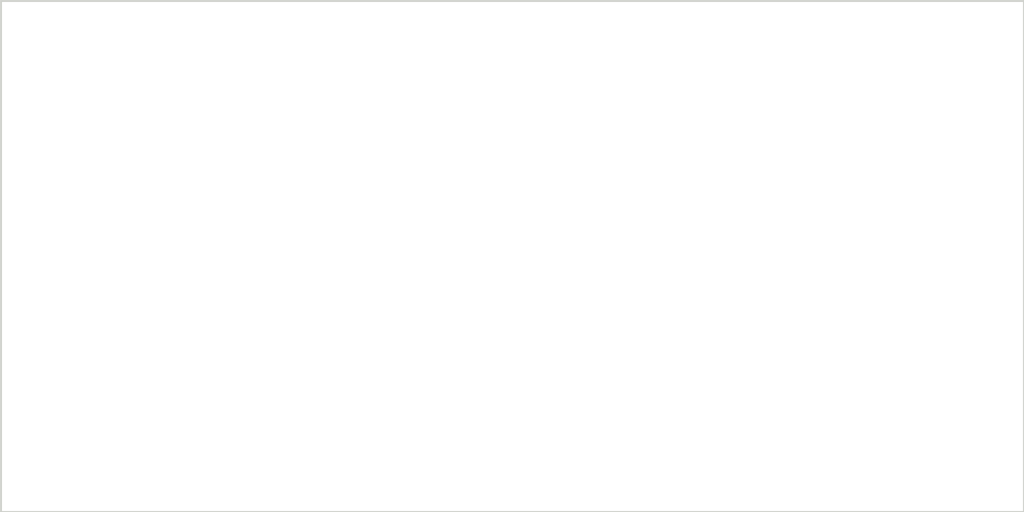
<source format=kicad_pcb>
(kicad_pcb (version 20171130) (host pcbnew "(5.1.10)-1")

  (general
    (thickness 1.6)
    (drawings 4)
    (tracks 0)
    (zones 0)
    (modules 0)
    (nets 1)
  )

  (page A4)
  (layers
    (0 F.Cu signal)
    (31 B.Cu signal)
    (32 B.Adhes user)
    (33 F.Adhes user)
    (34 B.Paste user)
    (35 F.Paste user)
    (36 B.SilkS user)
    (37 F.SilkS user)
    (38 B.Mask user)
    (39 F.Mask user)
    (40 Dwgs.User user)
    (41 Cmts.User user)
    (42 Eco1.User user)
    (43 Eco2.User user)
    (44 Edge.Cuts user)
    (45 Margin user)
    (46 B.CrtYd user)
    (47 F.CrtYd user)
    (48 B.Fab user)
    (49 F.Fab user)
  )

  (setup
    (last_trace_width 0.25)
    (trace_clearance 0.2)
    (zone_clearance 0.508)
    (zone_45_only no)
    (trace_min 0.2)
    (via_size 0.8)
    (via_drill 0.4)
    (via_min_size 0.4)
    (via_min_drill 0.3)
    (uvia_size 0.3)
    (uvia_drill 0.1)
    (uvias_allowed no)
    (uvia_min_size 0.2)
    (uvia_min_drill 0.1)
    (edge_width 0.05)
    (segment_width 0.2)
    (pcb_text_width 0.3)
    (pcb_text_size 1.5 1.5)
    (mod_edge_width 0.12)
    (mod_text_size 1 1)
    (mod_text_width 0.15)
    (pad_size 1.524 1.524)
    (pad_drill 0.762)
    (pad_to_mask_clearance 0)
    (aux_axis_origin 0 0)
    (visible_elements FFFFFF7F)
    (pcbplotparams
      (layerselection 0x010fc_ffffffff)
      (usegerberextensions false)
      (usegerberattributes true)
      (usegerberadvancedattributes true)
      (creategerberjobfile true)
      (excludeedgelayer true)
      (linewidth 0.100000)
      (plotframeref false)
      (viasonmask false)
      (mode 1)
      (useauxorigin false)
      (hpglpennumber 1)
      (hpglpenspeed 20)
      (hpglpendiameter 15.000000)
      (psnegative false)
      (psa4output false)
      (plotreference true)
      (plotvalue true)
      (plotinvisibletext false)
      (padsonsilk false)
      (subtractmaskfromsilk false)
      (outputformat 1)
      (mirror false)
      (drillshape 1)
      (scaleselection 1)
      (outputdirectory ""))
  )

  (net 0 "")

  (net_class Default "This is the default net class."
    (clearance 0.2)
    (trace_width 0.25)
    (via_dia 0.8)
    (via_drill 0.4)
    (uvia_dia 0.3)
    (uvia_drill 0.1)
  )

  (gr_line (start 63.5 50.8) (end 63.5 38.1) (layer Edge.Cuts) (width 0.05) (tstamp 65136B74))
  (gr_line (start 88.9 50.8) (end 63.5 50.8) (layer Edge.Cuts) (width 0.05))
  (gr_line (start 88.9 38.1) (end 88.9 50.8) (layer Edge.Cuts) (width 0.05))
  (gr_line (start 63.5 38.1) (end 88.9 38.1) (layer Edge.Cuts) (width 0.05))

)

</source>
